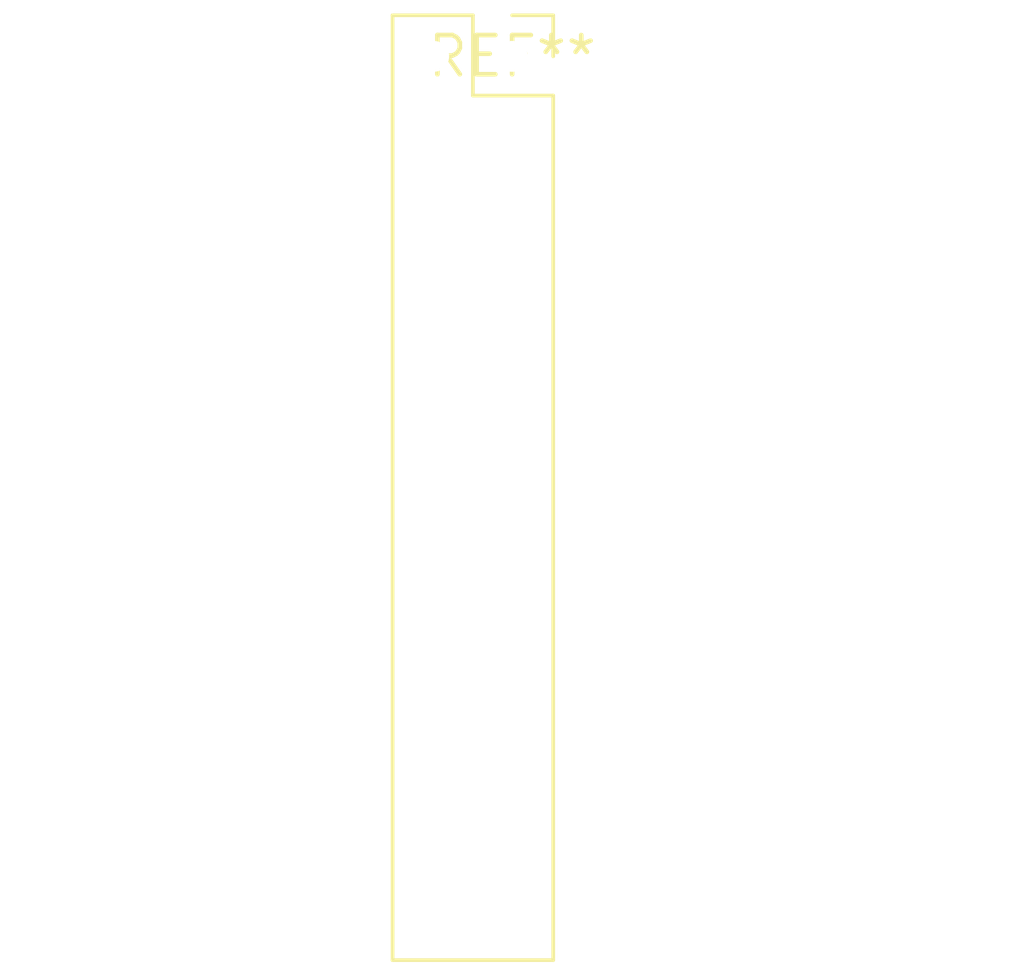
<source format=kicad_pcb>
(kicad_pcb (version 20240108) (generator pcbnew)
  (layers (0 "F.Cu" signal) (31 "B.Cu" signal) (34 "B.Paste" user) (35 "F.Paste" user) (36 "B.SilkS" user "B.Silkscreen") (37 "F.SilkS" user "F.Silkscreen") (38 "B.Mask" user) (39 "F.Mask" user) (44 "Edge.Cuts" user))
  (net 0 "")
  (footprint "PinSocket_2x12_P2.54mm_Vertical" (layer "F.Cu") (at 0 0)
    (property "Reference" "REF**")
    (property "Value" "PinSocket_2x12_P2.54mm_Vertical")
    (fp_line (start -3.87 -1.33) (end -3.87 29.27) (layer "F.SilkS") (stroke (width 0.12)))
    (fp_line (start -3.87 -1.33) (end -1.27 -1.33) (layer "F.SilkS") (stroke (width 0.12)))
    (fp_line (start -3.87 29.27) (end 1.33 29.27) (layer "F.SilkS") (stroke (width 0.12)))
    (fp_line (start -1.27 -1.33) (end -1.27 1.27) (layer "F.SilkS") (stroke (width 0.12)))
    (fp_line (start -1.27 1.27) (end 1.33 1.27) (layer "F.SilkS") (stroke (width 0.12)))
    (fp_line (start 0 -1.33) (end 1.33 -1.33) (layer "F.SilkS") (stroke (width 0.12)))
    (fp_line (start 1.33 -1.33) (end 1.33 0) (layer "F.SilkS") (stroke (width 0.12)))
    (fp_line (start 1.33 1.27) (end 1.33 29.27) (layer "F.SilkS") (stroke (width 0.12)))
    (pad "1" thru_hole rect (at 0 0) (size 1.7 1.7) (drill 1) (layers *.Cu *.Mask) (remove_unused_layers))
    (pad "2" thru_hole oval (at -2.54 0) (size 1.7 1.7) (drill 1) (layers *.Cu *.Mask) (remove_unused_layers))
    (pad "3" thru_hole oval (at 0 2.54) (size 1.7 1.7) (drill 1) (layers *.Cu *.Mask) (remove_unused_layers))
    (pad "4" thru_hole oval (at -2.54 2.54) (size 1.7 1.7) (drill 1) (layers *.Cu *.Mask) (remove_unused_layers))
    (pad "5" thru_hole oval (at 0 5.08) (size 1.7 1.7) (drill 1) (layers *.Cu *.Mask) (remove_unused_layers))
    (pad "6" thru_hole oval (at -2.54 5.08) (size 1.7 1.7) (drill 1) (layers *.Cu *.Mask) (remove_unused_layers))
    (pad "7" thru_hole oval (at 0 7.62) (size 1.7 1.7) (drill 1) (layers *.Cu *.Mask) (remove_unused_layers))
    (pad "8" thru_hole oval (at -2.54 7.62) (size 1.7 1.7) (drill 1) (layers *.Cu *.Mask) (remove_unused_layers))
    (pad "9" thru_hole oval (at 0 10.16) (size 1.7 1.7) (drill 1) (layers *.Cu *.Mask) (remove_unused_layers))
    (pad "10" thru_hole oval (at -2.54 10.16) (size 1.7 1.7) (drill 1) (layers *.Cu *.Mask) (remove_unused_layers))
    (pad "11" thru_hole oval (at 0 12.7) (size 1.7 1.7) (drill 1) (layers *.Cu *.Mask) (remove_unused_layers))
    (pad "12" thru_hole oval (at -2.54 12.7) (size 1.7 1.7) (drill 1) (layers *.Cu *.Mask) (remove_unused_layers))
    (pad "13" thru_hole oval (at 0 15.24) (size 1.7 1.7) (drill 1) (layers *.Cu *.Mask) (remove_unused_layers))
    (pad "14" thru_hole oval (at -2.54 15.24) (size 1.7 1.7) (drill 1) (layers *.Cu *.Mask) (remove_unused_layers))
    (pad "15" thru_hole oval (at 0 17.78) (size 1.7 1.7) (drill 1) (layers *.Cu *.Mask) (remove_unused_layers))
    (pad "16" thru_hole oval (at -2.54 17.78) (size 1.7 1.7) (drill 1) (layers *.Cu *.Mask) (remove_unused_layers))
    (pad "17" thru_hole oval (at 0 20.32) (size 1.7 1.7) (drill 1) (layers *.Cu *.Mask) (remove_unused_layers))
    (pad "18" thru_hole oval (at -2.54 20.32) (size 1.7 1.7) (drill 1) (layers *.Cu *.Mask) (remove_unused_layers))
    (pad "19" thru_hole oval (at 0 22.86) (size 1.7 1.7) (drill 1) (layers *.Cu *.Mask) (remove_unused_layers))
    (pad "20" thru_hole oval (at -2.54 22.86) (size 1.7 1.7) (drill 1) (layers *.Cu *.Mask) (remove_unused_layers))
    (pad "21" thru_hole oval (at 0 25.4) (size 1.7 1.7) (drill 1) (layers *.Cu *.Mask) (remove_unused_layers))
    (pad "22" thru_hole oval (at -2.54 25.4) (size 1.7 1.7) (drill 1) (layers *.Cu *.Mask) (remove_unused_layers))
    (pad "23" thru_hole oval (at 0 27.94) (size 1.7 1.7) (drill 1) (layers *.Cu *.Mask) (remove_unused_layers))
    (pad "24" thru_hole oval (at -2.54 27.94) (size 1.7 1.7) (drill 1) (layers *.Cu *.Mask) (remove_unused_layers))
  )
)
</source>
